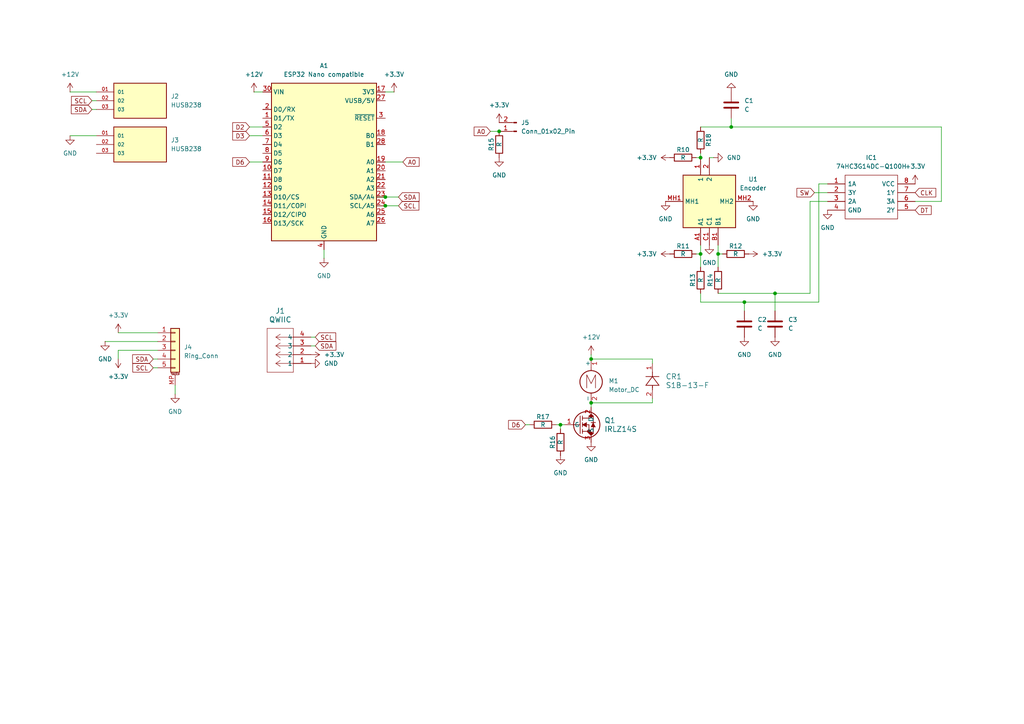
<source format=kicad_sch>
(kicad_sch (version 20250114) (generator "eeschema") (generator_version "9.0")
  (paper "A4")
  (lib_symbols
    (symbol "2025-04-16_14-42-32:SM04B-SRSS-TB" (pin_names (offset 0.254))
      (property "Reference" "J" (at 8.89 6.35 0))
      (property "Value" "SM04B-SRSS-TB" (at 0 0 0))
      (symbol "SM04B-SRSS-TB_1_1"
        (polyline (pts (xy 5.08 2.54) (xy 5.08 -10.16)) (stroke (width 0.127)))
        (polyline (pts (xy 5.08 -10.16) (xy 12.7 -10.16)) (stroke (width 0.127)))
        (polyline (pts (xy 10.16 0) (xy 5.08 0)) (stroke (width 0.127)))
        (polyline (pts (xy 10.16 0) (xy 8.89 0.8467)) (stroke (width 0.127)))
        (polyline (pts (xy 10.16 0) (xy 8.89 -0.8467)) (stroke (width 0.127)))
        (polyline (pts (xy 10.16 -2.54) (xy 5.08 -2.54)) (stroke (width 0.127)))
        (polyline (pts (xy 10.16 -2.54) (xy 8.89 -1.6933)) (stroke (width 0.127)))
        (polyline (pts (xy 10.16 -2.54) (xy 8.89 -3.3867)) (stroke (width 0.127)))
        (polyline (pts (xy 10.16 -5.08) (xy 5.08 -5.08)) (stroke (width 0.127)))
        (polyline (pts (xy 10.16 -5.08) (xy 8.89 -4.2333)) (stroke (width 0.127)))
        (polyline (pts (xy 10.16 -5.08) (xy 8.89 -5.9267)) (stroke (width 0.127)))
        (polyline (pts (xy 10.16 -7.62) (xy 5.08 -7.62)) (stroke (width 0.127)))
        (polyline (pts (xy 10.16 -7.62) (xy 8.89 -6.7733)) (stroke (width 0.127)))
        (polyline (pts (xy 10.16 -7.62) (xy 8.89 -8.4667)) (stroke (width 0.127)))
        (polyline (pts (xy 12.7 2.54) (xy 5.08 2.54)) (stroke (width 0.127)))
        (polyline (pts (xy 12.7 -10.16) (xy 12.7 2.54)) (stroke (width 0.127)))
        (pin unspecified line (at 0 0 0) (length 5.08) (name "1") (number "1"))
        (pin unspecified line (at 0 -2.54 0) (length 5.08) (name "2") (number "2"))
        (pin unspecified line (at 0 -5.08 0) (length 5.08) (name "3") (number "3"))
        (pin unspecified line (at 0 -7.62 0) (length 5.08) (name "4") (number "4"))
      )
      (symbol "SM04B-SRSS-TB_1_2"
        (polyline (pts (xy 5.08 2.54) (xy 5.08 -10.16)) (stroke (width 0.127)))
        (polyline (pts (xy 5.08 -10.16) (xy 12.7 -10.16)) (stroke (width 0.127)))
        (polyline (pts (xy 7.62 0) (xy 5.08 0)) (stroke (width 0.127)))
        (polyline (pts (xy 7.62 0) (xy 8.89 0.8467)) (stroke (width 0.127)))
        (polyline (pts (xy 7.62 0) (xy 8.89 -0.8467)) (stroke (width 0.127)))
        (polyline (pts (xy 7.62 -2.54) (xy 5.08 -2.54)) (stroke (width 0.127)))
        (polyline (pts (xy 7.62 -2.54) (xy 8.89 -1.6933)) (stroke (width 0.127)))
        (polyline (pts (xy 7.62 -2.54) (xy 8.89 -3.3867)) (stroke (width 0.127)))
        (polyline (pts (xy 7.62 -5.08) (xy 5.08 -5.08)) (stroke (width 0.127)))
        (polyline (pts (xy 7.62 -5.08) (xy 8.89 -4.2333)) (stroke (width 0.127)))
        (polyline (pts (xy 7.62 -5.08) (xy 8.89 -5.9267)) (stroke (width 0.127)))
        (polyline (pts (xy 7.62 -7.62) (xy 5.08 -7.62)) (stroke (width 0.127)))
        (polyline (pts (xy 7.62 -7.62) (xy 8.89 -6.7733)) (stroke (width 0.127)))
        (polyline (pts (xy 7.62 -7.62) (xy 8.89 -8.4667)) (stroke (width 0.127)))
        (polyline (pts (xy 12.7 2.54) (xy 5.08 2.54)) (stroke (width 0.127)))
        (polyline (pts (xy 12.7 -10.16) (xy 12.7 2.54)) (stroke (width 0.127)))
        (pin unspecified line (at 0 0 0) (length 5.08) (name "1") (number "1"))
        (pin unspecified line (at 0 -2.54 0) (length 5.08) (name "2") (number "2"))
        (pin unspecified line (at 0 -5.08 0) (length 5.08) (name "3") (number "3"))
        (pin unspecified line (at 0 -7.62 0) (length 5.08) (name "4") (number "4"))
      )
    )
    (symbol "74HC3G14DC-Q100H:74HC3G14DC-Q100H" (pin_names (offset 0.762))
      (property "Reference" "IC" (at 21.59 7.62 0))
      (property "Value" "74HC3G14DC-Q100H" (at 21.59 5.08 0))
      (symbol "74HC3G14DC-Q100H_0_0"
        (pin passive line (at 0 0 0) (length 5.08) (name "1A") (number "1"))
        (pin passive line (at 0 -2.54 0) (length 5.08) (name "3Y") (number "2"))
        (pin passive line (at 0 -5.08 0) (length 5.08) (name "2A") (number "3"))
        (pin passive line (at 0 -7.62 0) (length 5.08) (name "GND") (number "4"))
        (pin passive line (at 25.4 0 180) (length 5.08) (name "VCC") (number "8"))
        (pin passive line (at 25.4 -2.54 180) (length 5.08) (name "1Y") (number "7"))
        (pin passive line (at 25.4 -5.08 180) (length 5.08) (name "3A") (number "6"))
        (pin passive line (at 25.4 -7.62 180) (length 5.08) (name "2Y") (number "5"))
      )
      (symbol "74HC3G14DC-Q100H_0_1"
        (polyline (pts (xy 5.08 2.54) (xy 20.32 2.54) (xy 20.32 -10.16) (xy 5.08 -10.16) (xy 5.08 2.54)) (stroke (width 0.1524)))
      )
    )
    (symbol "Connector:Conn_01x02_Pin" (pin_names (offset 1.016) (hide yes))
      (property "Reference" "J" (at 0 2.54 0))
      (property "Value" "Conn_01x02_Pin" (at 0 -5.08 0))
      (symbol "Conn_01x02_Pin_1_1"
        (rectangle (start 0.8636 0.127) (end 0 -0.127) (stroke (width 0.1524)) (fill (type outline)))
        (rectangle (start 0.8636 -2.413) (end 0 -2.667) (stroke (width 0.1524)) (fill (type outline)))
        (polyline (pts (xy 1.27 0) (xy 0.8636 0)) (stroke (width 0.1524)))
        (polyline (pts (xy 1.27 -2.54) (xy 0.8636 -2.54)) (stroke (width 0.1524)))
        (pin passive line (at 5.08 0 180) (length 3.81) (name "Pin_1") (number "1"))
        (pin passive line (at 5.08 -2.54 180) (length 3.81) (name "Pin_2") (number "2"))
      )
    )
    (symbol "Connector_Generic_MountingPin:Conn_01x05_MountingPin" (pin_names (offset 1.016) (hide yes))
      (property "Reference" "J4" (at 2.54 0.9145 0))
      (property "Value" "Ring_Conn" (at 2.54 -1.6255 0))
      (symbol "Conn_01x05_MountingPin_1_1"
        (rectangle (start -1.27 6.35) (end 1.27 -6.35) (stroke (width 0.254)) (fill (type background)))
        (rectangle (start -1.27 5.207) (end 0 4.953) (stroke (width 0.1524)))
        (rectangle (start -1.27 2.667) (end 0 2.413) (stroke (width 0.1524)))
        (rectangle (start -1.27 0.127) (end 0 -0.127) (stroke (width 0.1524)))
        (rectangle (start -1.27 -2.413) (end 0 -2.667) (stroke (width 0.1524)))
        (rectangle (start -1.27 -4.953) (end 0 -5.207) (stroke (width 0.1524)))
        (polyline (pts (xy -1.016 -7.112) (xy 1.016 -7.112)) (stroke (width 0.1524)))
        (text "Mounting" (at 0 -6.731 0) (effects (font (size 0.381 0.381))))
        (pin passive line (at -5.08 5.08 0) (length 3.81) (name "VCC") (number "1"))
        (pin passive line (at -5.08 2.54 0) (length 3.81) (name "GND") (number "2"))
        (pin passive line (at -5.08 0 0) (length 3.81) (name "VIO") (number "3"))
        (pin passive line (at -5.08 -2.54 0) (length 3.81) (name "SDA") (number "4"))
        (pin passive line (at -5.08 -5.08 0) (length 3.81) (name "SCL") (number "5"))
        (pin passive line (at 0 -10.16 90) (length 3.048) (name "MountPin") (number "MP"))
      )
    )
    (symbol "Device:C" (pin_numbers (hide yes)) (pin_names (offset 0.254))
      (property "Reference" "C" (at 0.635 2.54 0))
      (property "Value" "C" (at 0.635 -2.54 0))
      (symbol "C_0_1"
        (polyline (pts (xy -2.032 0.762) (xy 2.032 0.762)) (stroke (width 0.508)))
        (polyline (pts (xy -2.032 -0.762) (xy 2.032 -0.762)) (stroke (width 0.508)))
      )
      (symbol "C_1_1"
        (pin passive line (at 0 3.81 270) (length 2.794) (name "~") (number "1"))
        (pin passive line (at 0 -3.81 90) (length 2.794) (name "~") (number "2"))
      )
    )
    (symbol "Device:R" (pin_numbers (hide yes)) (pin_names (offset 0))
      (property "Reference" "R" (at 2.032 0 90))
      (property "Value" "R" (at 0 0 90))
      (symbol "R_0_1"
        (rectangle (start -1.016 -2.54) (end 1.016 2.54) (stroke (width 0.254)))
      )
      (symbol "R_1_1"
        (pin passive line (at 0 3.81 270) (length 1.27) (name "~") (number "1"))
        (pin passive line (at 0 -3.81 90) (length 1.27) (name "~") (number "2"))
      )
    )
    (symbol "IRLZ14S:IRLZ14S" (pin_names (offset 0.254))
      (property "Reference" "Q" (at 11.43 1.905 0))
      (property "Value" "IRLZ14S" (at 11.43 -2.54 0))
      (symbol "IRLZ14S_0_1"
        (polyline (pts (xy 2.54 0) (xy 4.445 0)) (stroke (width 0.2032)))
        (polyline (pts (xy 4.445 -2.54) (xy 4.445 2.54)) (stroke (width 0.2032)))
        (polyline (pts (xy 5.08 1.905) (xy 6.985 1.905)) (stroke (width 0.2032)))
        (polyline (pts (xy 5.08 1.27) (xy 5.08 2.54)) (stroke (width 0.2032)))
        (polyline (pts (xy 5.08 -0.635) (xy 5.08 0.635)) (stroke (width 0.2032)))
        (polyline (pts (xy 5.08 -1.905) (xy 6.985 -1.905)) (stroke (width 0.2032)))
        (polyline (pts (xy 5.08 -2.54) (xy 5.08 -1.27)) (stroke (width 0.2032)))
        (polyline (pts (xy 6.35 0.635) (xy 5.08 0) (xy 6.35 -0.635)) (fill (type outline)))
        (polyline (pts (xy 6.35 0) (xy 6.985 0)) (stroke (width 0.2032)))
        (circle (center 6.35 0) (radius 3.81) (stroke (width 0.254)))
        (polyline (pts (xy 6.985 2.54) (xy 8.255 2.54)) (stroke (width 0.2032)))
        (polyline (pts (xy 6.985 1.905) (xy 6.985 2.54)) (stroke (width 0.2032)))
        (circle (center 6.985 -1.905) (radius 0.0254) (stroke (width 0.508)))
        (polyline (pts (xy 6.985 -2.54) (xy 6.985 0)) (stroke (width 0.2032)))
        (polyline (pts (xy 6.985 -2.54) (xy 8.255 -2.54)) (stroke (width 0.2032)))
        (circle (center 7.62 2.54) (radius 0.0254) (stroke (width 0.508)))
        (circle (center 7.62 -2.54) (radius 0.0254) (stroke (width 0.508)))
        (polyline (pts (xy 8.255 0.635) (xy 8.255 2.54)) (stroke (width 0.2032)))
        (polyline (pts (xy 8.255 -2.54) (xy 8.255 -0.635)) (stroke (width 0.2032)))
        (polyline (pts (xy 8.89 0.635) (xy 7.62 0.635)) (stroke (width 0.2032)))
        (polyline (pts (xy 8.89 -0.635) (xy 7.62 -0.635) (xy 8.255 0.635)) (fill (type outline)))
        (pin unspecified line (at 0 0 0) (length 2.54) (name "G") (number "1"))
        (pin unspecified line (at 7.62 5.08 270) (length 2.54) (name "D") (number "2"))
        (pin unspecified line (at 7.62 -5.08 90) (length 2.54) (name "S") (number "3"))
      )
    )
    (symbol "MCU_Module:Arduino_Nano_ESP32"
      (property "Reference" "A" (at -14.986 23.622 0))
      (property "Value" "Arduino_Nano_ESP32" (at 3.81 -25.654 0))
      (symbol "Arduino_Nano_ESP32_0_1"
        (rectangle (start -15.24 22.86) (end 15.24 -22.86) (stroke (width 0.254)) (fill (type background)))
      )
      (symbol "Arduino_Nano_ESP32_1_1"
        (pin power_in line (at -17.78 20.32 0) (length 2.54) (name "VIN") (number "30"))
        (pin bidirectional line (at -17.78 15.24 0) (length 2.54) (name "D0/RX") (number "2"))
        (pin bidirectional line (at -17.78 12.7 0) (length 2.54) (name "D1/TX") (number "1"))
        (pin bidirectional line (at -17.78 10.16 0) (length 2.54) (name "D2") (number "5"))
        (pin bidirectional line (at -17.78 7.62 0) (length 2.54) (name "D3") (number "6"))
        (pin bidirectional line (at -17.78 5.08 0) (length 2.54) (name "D4") (number "7"))
        (pin bidirectional line (at -17.78 2.54 0) (length 2.54) (name "D5") (number "8"))
        (pin bidirectional line (at -17.78 0 0) (length 2.54) (name "D6") (number "9"))
        (pin bidirectional line (at -17.78 -2.54 0) (length 2.54) (name "D7") (number "10"))
        (pin bidirectional line (at -17.78 -5.08 0) (length 2.54) (name "D8") (number "11"))
        (pin bidirectional line (at -17.78 -7.62 0) (length 2.54) (name "D9") (number "12"))
        (pin bidirectional line (at -17.78 -10.16 0) (length 2.54) (name "D10/CS") (number "13"))
        (pin bidirectional line (at -17.78 -12.7 0) (length 2.54) (name "D11/COPI") (number "14"))
        (pin bidirectional line (at -17.78 -15.24 0) (length 2.54) (name "D12/CIPO") (number "15"))
        (pin bidirectional line (at -17.78 -17.78 0) (length 2.54) (name "D13/SCK") (number "16"))
        (pin passive line (at 0 -25.4 90) (length 2.54) (hide yes) (name "GND") (number "29"))
        (pin power_in line (at 0 -25.4 90) (length 2.54) (name "GND") (number "4"))
        (pin power_out line (at 17.78 20.32 180) (length 2.54) (name "3V3") (number "17"))
        (pin power_out line (at 17.78 17.78 180) (length 2.54) (name "VUSB/5V") (number "27"))
        (pin input line (at 17.78 12.7 180) (length 2.54) (name "~{RESET}") (number "3"))
        (pin bidirectional line (at 17.78 7.62 180) (length 2.54) (name "B0") (number "18"))
        (pin bidirectional line (at 17.78 5.08 180) (length 2.54) (name "B1") (number "28"))
        (pin bidirectional line (at 17.78 0 180) (length 2.54) (name "A0") (number "19"))
        (pin bidirectional line (at 17.78 -2.54 180) (length 2.54) (name "A1") (number "20"))
        (pin bidirectional line (at 17.78 -5.08 180) (length 2.54) (name "A2") (number "21"))
        (pin bidirectional line (at 17.78 -7.62 180) (length 2.54) (name "A3") (number "22"))
        (pin bidirectional line (at 17.78 -10.16 180) (length 2.54) (name "SDA/A4") (number "23"))
        (pin bidirectional line (at 17.78 -12.7 180) (length 2.54) (name "SCL/A5") (number "24"))
        (pin bidirectional line (at 17.78 -15.24 180) (length 2.54) (name "A6") (number "25"))
        (pin bidirectional line (at 17.78 -17.78 180) (length 2.54) (name "A7") (number "26"))
      )
    )
    (symbol "Motor:Motor_DC" (pin_names (offset 0))
      (property "Reference" "M" (at 2.54 2.54 0))
      (property "Value" "Motor_DC" (at 2.54 -5.08 0))
      (symbol "Motor_DC_0_0"
        (polyline (pts (xy -1.27 -3.302) (xy -1.27 0.508) (xy 0 -2.032) (xy 1.27 0.508) (xy 1.27 -3.302)))
      )
      (symbol "Motor_DC_0_1"
        (polyline (pts (xy 0 2.032) (xy 0 2.54)))
        (polyline (pts (xy 0 1.7272) (xy 0 2.0828)))
        (circle (center 0 -1.524) (radius 3.2512) (stroke (width 0.254)))
        (polyline (pts (xy 0 -4.7752) (xy 0 -5.1816)))
        (polyline (pts (xy 0 -7.62) (xy 0 -7.112)))
      )
      (symbol "Motor_DC_1_1"
        (pin passive line (at 0 5.08 270) (length 2.54) (name "+") (number "1"))
        (pin passive line (at 0 -7.62 90) (length 2.54) (name "-") (number "2"))
      )
    )
    (symbol "PEC11L-4020F-S0020:PEC11L-4020F-S0020"
      (property "Reference" "U" (at 21.59 12.7 0))
      (property "Value" "PEC11L-4020F-S0020" (at 21.59 10.16 0))
      (symbol "PEC11L-4020F-S0020_1_1"
        (rectangle (start 5.08 7.62) (end 20.32 -7.62) (stroke (width 0.254)) (fill (type background)))
        (pin passive line (at 0 0 0) (length 5.08) (name "MH1") (number "MH1"))
        (pin passive line (at 10.16 12.7 270) (length 5.08) (name "1") (number "1"))
        (pin passive line (at 10.16 -12.7 90) (length 5.08) (name "A1") (number "A1"))
        (pin passive line (at 12.7 12.7 270) (length 5.08) (name "2") (number "2"))
        (pin passive line (at 12.7 -12.7 90) (length 5.08) (name "C1") (number "C1"))
        (pin passive line (at 15.24 -12.7 90) (length 5.08) (name "B1") (number "B1"))
        (pin passive line (at 25.4 0 180) (length 5.08) (name "MH2") (number "MH2"))
      )
    )
    (symbol "S1B_13_F:S1B-13-F" (pin_names (offset 0.254))
      (property "Reference" "CR" (at 5.08 4.445 0))
      (property "Value" "S1B-13-F" (at 5.08 -3.81 0))
      (symbol "S1B-13-F_1_1"
        (polyline (pts (xy 2.54 0) (xy 3.4798 0)) (stroke (width 0.2032)))
        (polyline (pts (xy 3.175 0) (xy 3.81 0)) (stroke (width 0.2032)))
        (polyline (pts (xy 3.81 1.905) (xy 3.81 -1.905)) (stroke (width 0.2032)))
        (polyline (pts (xy 3.81 -1.905) (xy 6.35 0)) (stroke (width 0.2032)))
        (polyline (pts (xy 6.35 0) (xy 3.81 1.905)) (stroke (width 0.2032)))
        (polyline (pts (xy 6.35 0) (xy 7.62 0)) (stroke (width 0.2032)))
        (polyline (pts (xy 6.35 -1.905) (xy 6.35 1.905)) (stroke (width 0.2032)))
        (pin unspecified line (at 0 0 0) (length 2.54) (name "") (number "2"))
        (pin unspecified line (at 10.16 0 180) (length 2.54) (name "") (number "1"))
      )
      (symbol "S1B-13-F_1_2"
        (polyline (pts (xy -1.905 3.81) (xy 1.905 3.81)) (stroke (width 0.2032)))
        (polyline (pts (xy 0 6.35) (xy -1.905 3.81)) (stroke (width 0.2032)))
        (polyline (pts (xy 0 6.35) (xy 0 7.62)) (stroke (width 0.2032)))
        (polyline (pts (xy 0 3.175) (xy 0 3.81)) (stroke (width 0.2032)))
        (polyline (pts (xy 0 2.54) (xy 0 3.4798)) (stroke (width 0.2032)))
        (polyline (pts (xy 1.905 6.35) (xy -1.905 6.35)) (stroke (width 0.2032)))
        (polyline (pts (xy 1.905 3.81) (xy 0 6.35)) (stroke (width 0.2032)))
        (pin unspecified line (at 0 10.16 270) (length 2.54) (name "") (number "1"))
        (pin unspecified line (at 0 0 90) (length 2.54) (name "") (number "2"))
      )
    )
    (symbol "SL-103-G-39:SL-103-G-39" (pin_names (offset 1.016))
      (property "Reference" "J" (at -8.12 5.08 0))
      (property "Value" "SL-103-G-39" (at -7.62 -7.62 0))
      (symbol "SL-103-G-39_0_0"
        (rectangle (start -7.62 -5.08) (end 7.62 5.08) (stroke (width 0.254)) (fill (type background)))
        (pin passive line (at -12.7 2.54 0) (length 5.08) (name "01") (number "01"))
        (pin passive line (at -12.7 0 0) (length 5.08) (name "02") (number "02"))
        (pin passive line (at -12.7 -2.54 0) (length 5.08) (name "03") (number "03"))
      )
    )
    (symbol "power:+12V" (power) (pin_numbers (hide yes)) (pin_names (offset 0) (hide yes))
      (property "Value" "+12V" (at 0 3.556 0))
      (symbol "+12V_0_1"
        (polyline (pts (xy -0.762 1.27) (xy 0 2.54)))
        (polyline (pts (xy 0 2.54) (xy 0.762 1.27)))
        (polyline (pts (xy 0 0) (xy 0 2.54)))
      )
      (symbol "+12V_1_1"
        (pin power_in line (at 0 0 90) (length 0) (name "~") (number "1"))
      )
    )
    (symbol "power:+3.3V" (power) (pin_numbers (hide yes)) (pin_names (offset 0) (hide yes))
      (property "Value" "+3.3V" (at 0 3.556 0))
      (symbol "+3.3V_0_1"
        (polyline (pts (xy -0.762 1.27) (xy 0 2.54)))
        (polyline (pts (xy 0 2.54) (xy 0.762 1.27)))
        (polyline (pts (xy 0 0) (xy 0 2.54)))
      )
      (symbol "+3.3V_1_1"
        (pin power_in line (at 0 0 90) (length 0) (name "~") (number "1"))
      )
    )
    (symbol "power:GND" (power) (pin_numbers (hide yes)) (pin_names (offset 0) (hide yes))
      (property "Value" "GND" (at 0 -3.81 0))
      (symbol "GND_0_1"
        (polyline (pts (xy 0 0) (xy 0 -1.27) (xy 1.27 -1.27) (xy 0 -2.54) (xy -1.27 -1.27) (xy 0 -1.27)))
      )
      (symbol "GND_1_1"
        (pin power_in line (at 0 0 270) (length 0) (name "~") (number "1"))
      )
    )
  )
  (junction (at 203.2 45.72))
  (junction (at 203.2 73.66))
  (junction (at 208.28 73.66))
  (junction (at 111.76 57.15))
  (junction (at 224.79 85.09))
  (junction (at 215.9 87.63))
  (junction (at 171.45 116.84))
  (junction (at 212.09 36.83))
  (junction (at 144.78 38.1))
  (junction (at 171.45 104.14))
  (junction (at 162.56 123.19))
  (junction (at 111.76 59.69))
  (wire (pts (xy 212.09 36.83) (xy 203.2 36.83)))
  (wire (pts (xy 30.48 99.06) (xy 45.72 99.06)))
  (wire (pts (xy 72.39 39.37) (xy 76.2 39.37)))
  (wire (pts (xy 90.17 97.79) (xy 91.44 97.79)))
  (wire (pts (xy 72.39 46.99) (xy 76.2 46.99)))
  (wire (pts (xy 73.66 26.67) (xy 76.2 26.67)))
  (wire (pts (xy 215.9 87.63) (xy 215.9 90.17)))
  (wire (pts (xy 203.2 44.45) (xy 203.2 45.72)))
  (wire (pts (xy 171.45 116.84) (xy 171.45 118.11)))
  (wire (pts (xy 237.49 53.34) (xy 237.49 87.63)))
  (wire (pts (xy 234.95 58.42) (xy 234.95 85.09)))
  (wire (pts (xy 111.76 57.15) (xy 115.57 57.15)))
  (wire (pts (xy 162.56 123.19) (xy 162.56 124.46)))
  (wire (pts (xy 72.39 36.83) (xy 76.2 36.83)))
  (wire (pts (xy 237.49 87.63) (xy 215.9 87.63)))
  (wire (pts (xy 273.05 36.83) (xy 273.05 58.42)))
  (wire (pts (xy 109.22 57.15) (xy 111.76 57.15)))
  (wire (pts (xy 212.09 36.83) (xy 273.05 36.83)))
  (wire (pts (xy 189.23 104.14) (xy 189.23 105.41)))
  (wire (pts (xy 20.32 26.67) (xy 27.94 26.67)))
  (wire (pts (xy 208.28 73.66) (xy 208.28 77.47)))
  (wire (pts (xy 240.03 58.42) (xy 234.95 58.42)))
  (wire (pts (xy 114.3 26.67) (xy 111.76 26.67)))
  (wire (pts (xy 142.24 38.1) (xy 144.78 38.1)))
  (wire (pts (xy 90.17 100.33) (xy 91.44 100.33)))
  (wire (pts (xy 152.4 123.19) (xy 153.67 123.19)))
  (wire (pts (xy 171.45 116.84) (xy 189.23 116.84)))
  (wire (pts (xy 34.29 101.6) (xy 34.29 104.14)))
  (wire (pts (xy 111.76 59.69) (xy 115.57 59.69)))
  (wire (pts (xy 171.45 104.14) (xy 189.23 104.14)))
  (wire (pts (xy 189.23 115.57) (xy 189.23 116.84)))
  (wire (pts (xy 201.93 45.72) (xy 203.2 45.72)))
  (wire (pts (xy 45.72 96.52) (xy 34.29 96.52)))
  (wire (pts (xy 215.9 87.63) (xy 203.2 87.63)))
  (wire (pts (xy 203.2 71.12) (xy 203.2 73.66)))
  (wire (pts (xy 203.2 87.63) (xy 203.2 85.09)))
  (wire (pts (xy 201.93 73.66) (xy 203.2 73.66)))
  (wire (pts (xy 20.32 39.37) (xy 27.94 39.37)))
  (wire (pts (xy 162.56 123.19) (xy 163.83 123.19)))
  (wire (pts (xy 109.22 59.69) (xy 111.76 59.69)))
  (wire (pts (xy 171.45 102.87) (xy 171.45 104.14)))
  (wire (pts (xy 50.8 111.76) (xy 50.8 114.3)))
  (wire (pts (xy 208.28 71.12) (xy 208.28 73.66)))
  (wire (pts (xy 207.01 45.72) (xy 205.74 45.72)))
  (wire (pts (xy 273.05 58.42) (xy 265.43 58.42)))
  (wire (pts (xy 203.2 73.66) (xy 203.2 77.47)))
  (wire (pts (xy 224.79 85.09) (xy 234.95 85.09)))
  (wire (pts (xy 44.45 104.14) (xy 45.72 104.14)))
  (wire (pts (xy 45.72 101.6) (xy 34.29 101.6)))
  (wire (pts (xy 236.22 55.88) (xy 240.03 55.88)))
  (wire (pts (xy 240.03 53.34) (xy 237.49 53.34)))
  (wire (pts (xy 26.67 31.75) (xy 27.94 31.75)))
  (wire (pts (xy 224.79 85.09) (xy 224.79 90.17)))
  (wire (pts (xy 93.98 72.39) (xy 93.98 74.93)))
  (wire (pts (xy 208.28 85.09) (xy 224.79 85.09)))
  (wire (pts (xy 161.29 123.19) (xy 162.56 123.19)))
  (wire (pts (xy 208.28 73.66) (xy 209.55 73.66)))
  (wire (pts (xy 26.67 29.21) (xy 27.94 29.21)))
  (wire (pts (xy 111.76 46.99) (xy 116.84 46.99)))
  (wire (pts (xy 44.45 106.68) (xy 45.72 106.68)))
  (wire (pts (xy 212.09 34.29) (xy 212.09 36.83)))
  (global_label "SDA" (shape input) (at 91.44 100.33 0) (property "Intersheetrefs" "${INTERSHEET_REFS}" (effects (hide yes))))
  (global_label "D3" (shape input) (at 72.39 39.37 180) (property "Intersheetrefs" "${INTERSHEET_REFS}" (effects (hide yes))))
  (global_label "SDA" (shape input) (at 26.67 31.75 180) (property "Intersheetrefs" "${INTERSHEET_REFS}" (effects (hide yes))))
  (global_label "SW" (shape input) (at 236.22 55.88 180) (property "Intersheetrefs" "${INTERSHEET_REFS}" (effects (hide yes))))
  (global_label "SCL" (shape input) (at 115.57 59.69 0) (property "Intersheetrefs" "${INTERSHEET_REFS}" (effects (hide yes))))
  (global_label "SCL" (shape input) (at 91.44 97.79 0) (property "Intersheetrefs" "${INTERSHEET_REFS}" (effects (hide yes))))
  (global_label "A0" (shape input) (at 116.84 46.99 0) (property "Intersheetrefs" "${INTERSHEET_REFS}" (effects (hide yes))))
  (global_label "SCL" (shape input) (at 26.67 29.21 180) (property "Intersheetrefs" "${INTERSHEET_REFS}" (effects (hide yes))))
  (global_label "A0" (shape input) (at 142.24 38.1 180) (property "Intersheetrefs" "${INTERSHEET_REFS}" (effects (hide yes))))
  (global_label "DT" (shape input) (at 265.43 60.96 0) (property "Intersheetrefs" "${INTERSHEET_REFS}" (effects (hide yes))))
  (global_label "D6" (shape input) (at 72.39 46.99 180) (property "Intersheetrefs" "${INTERSHEET_REFS}" (effects (hide yes))))
  (global_label "CLK" (shape input) (at 265.43 55.88 0) (property "Intersheetrefs" "${INTERSHEET_REFS}" (effects (hide yes))))
  (global_label "SCL" (shape input) (at 44.45 106.68 180) (property "Intersheetrefs" "${INTERSHEET_REFS}" (effects (hide yes))))
  (global_label "SDA" (shape input) (at 44.45 104.14 180) (property "Intersheetrefs" "${INTERSHEET_REFS}" (effects (hide yes))))
  (global_label "SDA" (shape input) (at 115.57 57.15 0) (property "Intersheetrefs" "${INTERSHEET_REFS}" (effects (hide yes))))
  (global_label "D6" (shape input) (at 152.4 123.19 180) (property "Intersheetrefs" "${INTERSHEET_REFS}" (effects (hide yes))))
  (global_label "D2" (shape input) (at 72.39 36.83 180) (property "Intersheetrefs" "${INTERSHEET_REFS}" (effects (hide yes))))
  (symbol (lib_id "power:GND") (at 240.03 60.96 0) (unit 1)
    (property "Reference" "#PWR027" (effects (hide yes)))
    (property "Value" "GND" (at 240.03 66.04 0))
    (property "Description" "Power symbol creates a global label with name \"GND\" , ground" (effects (hide yes)))
  )
  (symbol (lib_id "power:+3.3V") (at 217.17 73.66 270) (unit 1)
    (property "Reference" "#PWR020" (effects (hide yes)))
    (property "Value" "+3.3V" (at 220.98 73.6599 90) (effects (justify left)))
    (property "Description" "Power symbol creates a global label with name \"+3.3V\"" (effects (hide yes)))
  )
  (symbol (lib_id "Device:R") (at 198.12 45.72 90) (unit 1)
    (property "Reference" "R10" (at 198.12 43.434 90))
    (property "Value" "R" (at 198.12 45.72 90))
    (property "Footprint" "RC0805FR_0710KL:RESC2012X60N" (effects (hide yes)))
    (property "Description" "Resistor" (effects (hide yes)))
  )
  (symbol (lib_id "Device:C") (at 224.79 93.98 0) (unit 1)
    (property "Reference" "C3" (at 228.6 92.7099 0) (effects (justify left)))
    (property "Value" "C" (at 228.6 95.2499 0) (effects (justify left)))
    (property "Footprint" "Capacitor_SMD:C_0201_0603Metric" (effects (hide yes)))
    (property "Description" "Unpolarized capacitor" (effects (hide yes)))
  )
  (symbol (lib_id "S1B_13_F:S1B-13-F") (at 189.23 115.57 90) (unit 1)
    (property "Reference" "CR1" (at 193.04 109.2199 90) (effects (font (size 1.524 1.524)) (justify right)))
    (property "Value" "S1B-13-F" (at 193.04 111.7599 90) (effects (font (size 1.524 1.524)) (justify right)))
    (property "Footprint" "S1B_13_F:SMA_DIO" (effects (hide yes)))
    (property "Datasheet" "S1B-13-F" (effects (hide yes)))
  )
  (symbol (lib_id "Motor:Motor_DC") (at 171.45 109.22 0) (unit 1)
    (property "Reference" "M1" (at 176.53 110.4899 0) (effects (justify left)))
    (property "Value" "Motor_DC" (at 176.53 113.0299 0) (effects (justify left)))
    (property "Footprint" "Connector_PinHeader_2.54mm:PinHeader_1x02_P2.54mm_Horizontal" (effects (hide yes)))
    (property "Description" "DC Motor" (effects (hide yes)))
  )
  (symbol (lib_id "Device:R") (at 203.2 40.64 0) (unit 1)
    (property "Reference" "R18" (at 205.486 40.64 90))
    (property "Value" "R" (at 203.2 40.64 90))
    (property "Footprint" "RC0805FR_0710KL:RESC2012X60N" (effects (hide yes)))
    (property "Description" "Resistor" (effects (hide yes)))
  )
  (symbol (lib_id "Device:R") (at 208.28 81.28 180) (unit 1)
    (property "Reference" "R14" (at 205.994 81.28 90))
    (property "Value" "R" (at 208.28 81.28 90))
    (property "Footprint" "RC0805FR_0710KL:RESC2012X60N" (effects (hide yes)))
    (property "Description" "Resistor" (effects (hide yes)))
  )
  (symbol (lib_id "power:GND") (at 90.17 105.41 90) (unit 1)
    (property "Reference" "#PWR011" (effects (hide yes)))
    (property "Value" "GND" (at 93.98 105.4099 90) (effects (justify right)))
    (property "Description" "Power symbol creates a global label with name \"GND\" , ground" (effects (hide yes)))
  )
  (symbol (lib_id "power:+3.3V") (at 194.31 45.72 90) (unit 1)
    (property "Reference" "#PWR023" (effects (hide yes)))
    (property "Value" "+3.3V" (at 190.5 45.7199 90) (effects (justify left)))
    (property "Description" "Power symbol creates a global label with name \"+3.3V\"" (effects (hide yes)))
  )
  (symbol (lib_id "power:+3.3V") (at 114.3 26.67 0) (unit 1)
    (property "Reference" "#PWR03" (effects (hide yes)))
    (property "Value" "+3.3V" (at 114.3 21.59 0))
    (property "Description" "Power symbol creates a global label with name \"+3.3V\"" (effects (hide yes)))
  )
  (symbol (lib_id "power:+3.3V") (at 34.29 96.52 0) (unit 1)
    (property "Reference" "#PWR07" (effects (hide yes)))
    (property "Value" "+3.3V" (at 34.29 91.44 0))
    (property "Description" "Power symbol creates a global label with name \"+3.3V\"" (effects (hide yes)))
  )
  (symbol (lib_id "PEC11L-4020F-S0020:PEC11L-4020F-S0020") (at 193.04 58.42 0) (unit 1)
    (property "Reference" "U1" (at 218.44 51.9998 0))
    (property "Value" "Encoder" (at 218.44 54.5398 0))
    (property "Footprint" "KiCad:PEC11L4120FS0020" (effects (hide yes)))
    (property "Datasheet" "https://www.bourns.com/docs/Product-Datasheets/PEC11L.pdf" (effects (hide yes)))
    (property "Description" "Encoders ENCODER" (effects (hide yes)))
    (property "Height" "25" (effects (hide yes)))
    (property "Manufacturer_Name" "Bourns" (effects (hide yes)))
    (property "Manufacturer_Part_Number" "PEC11L-4020F-S0020" (effects (hide yes)))
    (property "Mouser Part Number" "652-PEC11L4020FS0020" (effects (hide yes)))
    (property "Mouser Price/Stock" "https://www.mouser.co.uk/ProductDetail/Bourns/PEC11L-4020F-S0020?qs=fgHA1UgJI8CzObWXJBveJQ%3D%3D" (effects (hide yes)))
    (property "Arrow Part Number" "PEC11L-4020F-S0020" (effects (hide yes)))
    (property "Arrow Price/Stock" "https://www.arrow.com/en/products/pec11l-4020f-s0020/bourns?region=nac" (effects (hide yes)))
  )
  (symbol (lib_id "IRLZ14S:IRLZ14S") (at 163.83 123.19 0) (unit 1)
    (property "Reference" "Q1" (at 175.26 121.9199 0) (effects (font (size 1.524 1.524)) (justify left)))
    (property "Value" "IRLZ14S" (at 175.26 124.4599 0) (effects (font (size 1.524 1.524)) (justify left)))
    (property "Footprint" "IRLZ14S:TO_Z14S_VIS" (effects (hide yes)))
    (property "Datasheet" "IRLZ14S" (effects (hide yes)))
  )
  (symbol (lib_id "SL-103-G-39:SL-103-G-39") (at 40.64 29.21 0) (unit 1)
    (property "Reference" "J2" (at 49.53 27.9399 0) (effects (justify left)))
    (property "Value" "HUSB238" (at 49.53 30.4799 0) (effects (justify left)))
    (property "Footprint" "SL-103-G-39:SAMTEC_SL-103-G-39" (effects (hide yes)))
    (property "PARTREV" "R" (effects (hide yes)))
    (property "STANDARD" "Manufacturer Recommendations" (effects (hide yes)))
    (property "MANUFACTURER" "Samtec" (effects (hide yes)))
  )
  (symbol (lib_id "2025-04-16_14-42-32:SM04B-SRSS-TB") (at 90.17 105.41 180) (unit 1)
    (property "Reference" "J1" (at 81.28 90.17 0) (effects (font (size 1.524 1.524))))
    (property "Value" "QWIIC" (at 81.28 92.71 0) (effects (font (size 1.524 1.524))))
    (property "Footprint" "footprints:CONN_SM04B-SRSS-TB_JST" (effects (hide yes)))
    (property "Datasheet" "SM04B-SRSS-TB" (effects (hide yes)))
  )
  (symbol (lib_id "power:GND") (at 207.01 45.72 90) (unit 1)
    (property "Reference" "#PWR022" (effects (hide yes)))
    (property "Value" "GND" (at 210.82 45.7199 90) (effects (justify right)))
    (property "Description" "Power symbol creates a global label with name \"GND\" , ground" (effects (hide yes)))
  )
  (symbol (lib_id "power:GND") (at 171.45 128.27 0) (unit 1)
    (property "Reference" "#PWR017" (effects (hide yes)))
    (property "Value" "GND" (at 171.45 133.35 0))
    (property "Description" "Power symbol creates a global label with name \"GND\" , ground" (effects (hide yes)))
  )
  (symbol (lib_id "power:+3.3V") (at 265.43 53.34 0) (unit 1)
    (property "Reference" "#PWR028" (effects (hide yes)))
    (property "Value" "+3.3V" (at 265.43 48.26 0))
    (property "Description" "Power symbol creates a global label with name \"+3.3V\"" (effects (hide yes)))
  )
  (symbol (lib_id "power:GND") (at 93.98 74.93 0) (unit 1)
    (property "Reference" "#PWR04" (effects (hide yes)))
    (property "Value" "GND" (at 93.98 80.01 0))
    (property "Description" "Power symbol creates a global label with name \"GND\" , ground" (effects (hide yes)))
  )
  (symbol (lib_id "SL-103-G-39:SL-103-G-39") (at 40.64 41.91 0) (unit 1)
    (property "Reference" "J3" (at 49.53 40.6399 0) (effects (justify left)))
    (property "Value" "HUSB238" (at 49.53 43.1799 0) (effects (justify left)))
    (property "Footprint" "SL-103-G-39:SAMTEC_SL-103-G-39" (effects (hide yes)))
    (property "PARTREV" "R" (effects (hide yes)))
    (property "STANDARD" "Manufacturer Recommendations" (effects (hide yes)))
    (property "MANUFACTURER" "Samtec" (effects (hide yes)))
  )
  (symbol (lib_id "power:+12V") (at 20.32 26.67 0) (unit 1)
    (property "Reference" "#PWR01" (effects (hide yes)))
    (property "Value" "+12V" (at 20.32 21.59 0))
    (property "Description" "Power symbol creates a global label with name \"+12V\"" (effects (hide yes)))
  )
  (symbol (lib_id "power:GND") (at 30.48 99.06 0) (unit 1)
    (property "Reference" "#PWR08" (effects (hide yes)))
    (property "Value" "GND" (at 30.48 104.14 0))
    (property "Description" "Power symbol creates a global label with name \"GND\" , ground" (effects (hide yes)))
  )
  (symbol (lib_id "power:+12V") (at 171.45 102.87 0) (unit 1)
    (property "Reference" "#PWR018" (effects (hide yes)))
    (property "Value" "+12V" (at 171.45 97.79 0))
    (property "Description" "Power symbol creates a global label with name \"+12V\"" (effects (hide yes)))
  )
  (symbol (lib_id "power:GND") (at 50.8 114.3 0) (unit 1)
    (property "Reference" "#PWR012" (effects (hide yes)))
    (property "Value" "GND" (at 50.8 119.38 0))
    (property "Description" "Power symbol creates a global label with name \"GND\" , ground" (effects (hide yes)))
  )
  (symbol (lib_id "power:GND") (at 224.79 97.79 0) (unit 1)
    (property "Reference" "#PWR025" (effects (hide yes)))
    (property "Value" "GND" (at 224.79 102.87 0))
    (property "Description" "Power symbol creates a global label with name \"GND\" , ground" (effects (hide yes)))
  )
  (symbol (lib_id "Device:C") (at 215.9 93.98 0) (unit 1)
    (property "Reference" "C2" (at 219.71 92.7099 0) (effects (justify left)))
    (property "Value" "C" (at 219.71 95.2499 0) (effects (justify left)))
    (property "Footprint" "Capacitor_SMD:C_0201_0603Metric" (effects (hide yes)))
    (property "Description" "Unpolarized capacitor" (effects (hide yes)))
  )
  (symbol (lib_id "power:GND") (at 212.09 26.67 180) (unit 1)
    (property "Reference" "#PWR024" (effects (hide yes)))
    (property "Value" "GND" (at 212.09 21.59 0))
    (property "Description" "Power symbol creates a global label with name \"GND\" , ground" (effects (hide yes)))
  )
  (symbol (lib_id "power:+3.3V") (at 194.31 73.66 90) (unit 1)
    (property "Reference" "#PWR021" (effects (hide yes)))
    (property "Value" "+3.3V" (at 190.5 73.6599 90) (effects (justify left)))
    (property "Description" "Power symbol creates a global label with name \"+3.3V\"" (effects (hide yes)))
  )
  (symbol (lib_id "power:+12V") (at 73.66 26.67 0) (unit 1)
    (property "Reference" "#PWR05" (effects (hide yes)))
    (property "Value" "+12V" (at 73.66 21.59 0))
    (property "Description" "Power symbol creates a global label with name \"+12V\"" (effects (hide yes)))
  )
  (symbol (lib_id "power:GND") (at 215.9 97.79 0) (unit 1)
    (property "Reference" "#PWR026" (effects (hide yes)))
    (property "Value" "GND" (at 215.9 102.87 0))
    (property "Description" "Power symbol creates a global label with name \"GND\" , ground" (effects (hide yes)))
  )
  (symbol (lib_id "Connector_Generic_MountingPin:Conn_01x05_MountingPin") (at 50.8 101.6 0) (unit 1)
    (property "Reference" "J4" (at 53.34 100.6855 0) (effects (justify left)))
    (property "Value" "Ring_Conn" (at 53.34 103.2255 0) (effects (justify left)))
    (property "Footprint" "Connector_Molex:Molex_PicoBlade_53261-0571_1x05-1MP_P1.25mm_Horizontal" (effects (hide yes)))
    (property "Description" "Generic connectable mounting pin connector, single row, 01x05, script generated (kicad-library-utils/schlib/autogen/connector/)" (effects (hide yes)))
  )
  (symbol (lib_id "power:+3.3V") (at 144.78 35.56 0) (unit 1)
    (property "Reference" "#PWR015" (effects (hide yes)))
    (property "Value" "+3.3V" (at 144.78 30.48 0))
    (property "Description" "Power symbol creates a global label with name \"+3.3V\"" (effects (hide yes)))
  )
  (symbol (lib_id "74HC3G14DC-Q100H:74HC3G14DC-Q100H") (at 240.03 53.34 0) (unit 1)
    (property "Reference" "IC1" (at 252.73 45.72 0))
    (property "Value" "74HC3G14DC-Q100H" (at 252.73 48.26 0))
    (property "Footprint" "KiCad:SOP50P310X100-8N" (effects (hide yes)))
    (property "Datasheet" "https://assets.nexperia.com/documents/data-sheet/74HC_HCT3G14_Q100.pdf" (effects (hide yes)))
    (property "Description" "74HC(T)3G14-Q100 - Triple inverting Schmitt trigger@en-us" (effects (hide yes)))
    (property "Description_1" "74HC(T)3G14-Q100 - Triple inverting Schmitt trigger@en-us" (effects (hide yes)))
    (property "Height" "1" (effects (hide yes)))
    (property "Manufacturer_Name" "Nexperia" (effects (hide yes)))
    (property "Manufacturer_Part_Number" "74HC3G14DC-Q100H" (effects (hide yes)))
    (property "Mouser Part Number" "771-74HC3G14DCQ100H" (effects (hide yes)))
    (property "Mouser Price/Stock" "https://www.mouser.co.uk/ProductDetail/Nexperia/74HC3G14DC-Q100H?qs=fi7yB2oewZnNyu2p5L1JXw%3D%3D" (effects (hide yes)))
    (property "Arrow Part Number" "74HC3G14DC-Q100H" (effects (hide yes)))
    (property "Arrow Price/Stock" "https://www.arrow.com/en/products/74hc3g14dc-q100h/nexperia?region=nac" (effects (hide yes)))
  )
  (symbol (lib_id "Device:C") (at 212.09 30.48 0) (unit 1)
    (property "Reference" "C1" (at 215.9 29.2099 0) (effects (justify left)))
    (property "Value" "C" (at 215.9 31.7499 0) (effects (justify left)))
    (property "Footprint" "Capacitor_SMD:C_0201_0603Metric" (effects (hide yes)))
    (property "Description" "Unpolarized capacitor" (effects (hide yes)))
  )
  (symbol (lib_id "power:+3.3V") (at 90.17 102.87 270) (unit 1)
    (property "Reference" "#PWR010" (effects (hide yes)))
    (property "Value" "+3.3V" (at 93.98 102.8699 90) (effects (justify left)))
    (property "Description" "Power symbol creates a global label with name \"+3.3V\"" (effects (hide yes)))
  )
  (symbol (lib_id "Device:R") (at 162.56 128.27 180) (unit 1)
    (property "Reference" "R16" (at 160.274 128.27 90))
    (property "Value" "R" (at 162.56 128.27 90))
    (property "Footprint" "RC0805FR_0710KL:RESC2012X60N" (effects (hide yes)))
    (property "Description" "Resistor" (effects (hide yes)))
  )
  (symbol (lib_id "Connector:Conn_01x02_Pin") (at 149.86 38.1 180) (unit 1)
    (property "Reference" "J5" (at 151.13 35.5599 0) (effects (justify right)))
    (property "Value" "Conn_01x02_Pin" (at 151.13 38.0999 0) (effects (justify right)))
    (property "Footprint" "Connector_PinSocket_2.54mm:PinSocket_1x02_P2.54mm_Vertical" (effects (hide yes)))
    (property "Description" "Generic connector, single row, 01x02, script generated" (effects (hide yes)))
  )
  (symbol (lib_id "power:GND") (at 193.04 58.42 0) (unit 1)
    (property "Reference" "#PWR014" (effects (hide yes)))
    (property "Value" "GND" (at 193.04 63.5 0))
    (property "Description" "Power symbol creates a global label with name \"GND\" , ground" (effects (hide yes)))
  )
  (symbol (lib_id "power:GND") (at 144.78 45.72 0) (unit 1)
    (property "Reference" "#PWR016" (effects (hide yes)))
    (property "Value" "GND" (at 144.78 50.8 0))
    (property "Description" "Power symbol creates a global label with name \"GND\" , ground" (effects (hide yes)))
  )
  (symbol (lib_id "MCU_Module:Arduino_Nano_ESP32") (at 93.98 46.99 0) (unit 1)
    (property "Reference" "A1" (at 93.98 19.05 0))
    (property "Value" "ESP32 Nano compatible" (at 93.98 21.59 0))
    (property "Footprint" "Module:Arduino_Nano" (effects (hide yes)))
    (property "Datasheet" "https://docs.arduino.cc/resources/datasheets/ABX00083-datasheet.pdf" (effects (hide yes)))
    (property "Description" "Arduino Nano board based on the ESP32-S3 with a dual-core 240 MHz processor, 384 kB ROM, 512 kB SRAM. Operates at 3.3V, with 5V USB-C® input and 6-21V VIN. Features Wi-Fi®, Bluetooth® LE, digital and analog pins, and supports SPI, I2C, UART, I2S, and CAN." (effects (hide yes)))
  )
  (symbol (lib_id "Device:R") (at 157.48 123.19 90) (unit 1)
    (property "Reference" "R17" (at 157.48 120.904 90))
    (property "Value" "R" (at 157.48 123.19 90))
    (property "Footprint" "RC0805FR_0710KL:RESC2012X60N" (effects (hide yes)))
    (property "Description" "Resistor" (effects (hide yes)))
  )
  (symbol (lib_id "Device:R") (at 198.12 73.66 90) (unit 1)
    (property "Reference" "R11" (at 198.12 71.374 90))
    (property "Value" "R" (at 198.12 73.66 90))
    (property "Footprint" "RC0805FR_0710KL:RESC2012X60N" (effects (hide yes)))
    (property "Description" "Resistor" (effects (hide yes)))
  )
  (symbol (lib_id "Device:R") (at 213.36 73.66 90) (unit 1)
    (property "Reference" "R12" (at 213.36 71.374 90))
    (property "Value" "R" (at 213.36 73.66 90))
    (property "Footprint" "RC0805FR_0710KL:RESC2012X60N" (effects (hide yes)))
    (property "Description" "Resistor" (effects (hide yes)))
  )
  (symbol (lib_id "power:GND") (at 205.74 71.12 0) (unit 1)
    (property "Reference" "#PWR06" (effects (hide yes)))
    (property "Value" "GND" (at 205.74 76.2 0))
    (property "Description" "Power symbol creates a global label with name \"GND\" , ground" (effects (hide yes)))
  )
  (symbol (lib_id "power:GND") (at 20.32 39.37 0) (unit 1)
    (property "Reference" "#PWR02" (effects (hide yes)))
    (property "Value" "GND" (at 20.32 44.45 0))
    (property "Description" "Power symbol creates a global label with name \"GND\" , ground" (effects (hide yes)))
  )
  (symbol (lib_id "Device:R") (at 144.78 41.91 180) (unit 1)
    (property "Reference" "R15" (at 142.494 41.91 90))
    (property "Value" "R" (at 144.78 41.91 90))
    (property "Footprint" "RC0805FR_0710KL:RESC2012X60N" (effects (hide yes)))
    (property "Description" "Resistor" (effects (hide yes)))
  )
  (symbol (lib_id "Device:R") (at 203.2 81.28 180) (unit 1)
    (property "Reference" "R13" (at 200.914 81.28 90))
    (property "Value" "R" (at 203.2 81.28 90))
    (property "Footprint" "RC0805FR_0710KL:RESC2012X60N" (effects (hide yes)))
    (property "Description" "Resistor" (effects (hide yes)))
  )
  (symbol (lib_id "power:+3.3V") (at 34.29 104.14 180) (unit 1)
    (property "Reference" "#PWR09" (effects (hide yes)))
    (property "Value" "+3.3V" (at 34.29 109.22 0))
    (property "Description" "Power symbol creates a global label with name \"+3.3V\"" (effects (hide yes)))
  )
  (symbol (lib_id "power:GND") (at 218.44 58.42 0) (unit 1)
    (property "Reference" "#PWR013" (effects (hide yes)))
    (property "Value" "GND" (at 218.44 63.5 0))
    (property "Description" "Power symbol creates a global label with name \"GND\" , ground" (effects (hide yes)))
  )
  (symbol (lib_id "power:GND") (at 162.56 132.08 0) (unit 1)
    (property "Reference" "#PWR019" (effects (hide yes)))
    (property "Value" "GND" (at 162.56 137.16 0))
    (property "Description" "Power symbol creates a global label with name \"GND\" , ground" (effects (hide yes)))
  )
)
</source>
